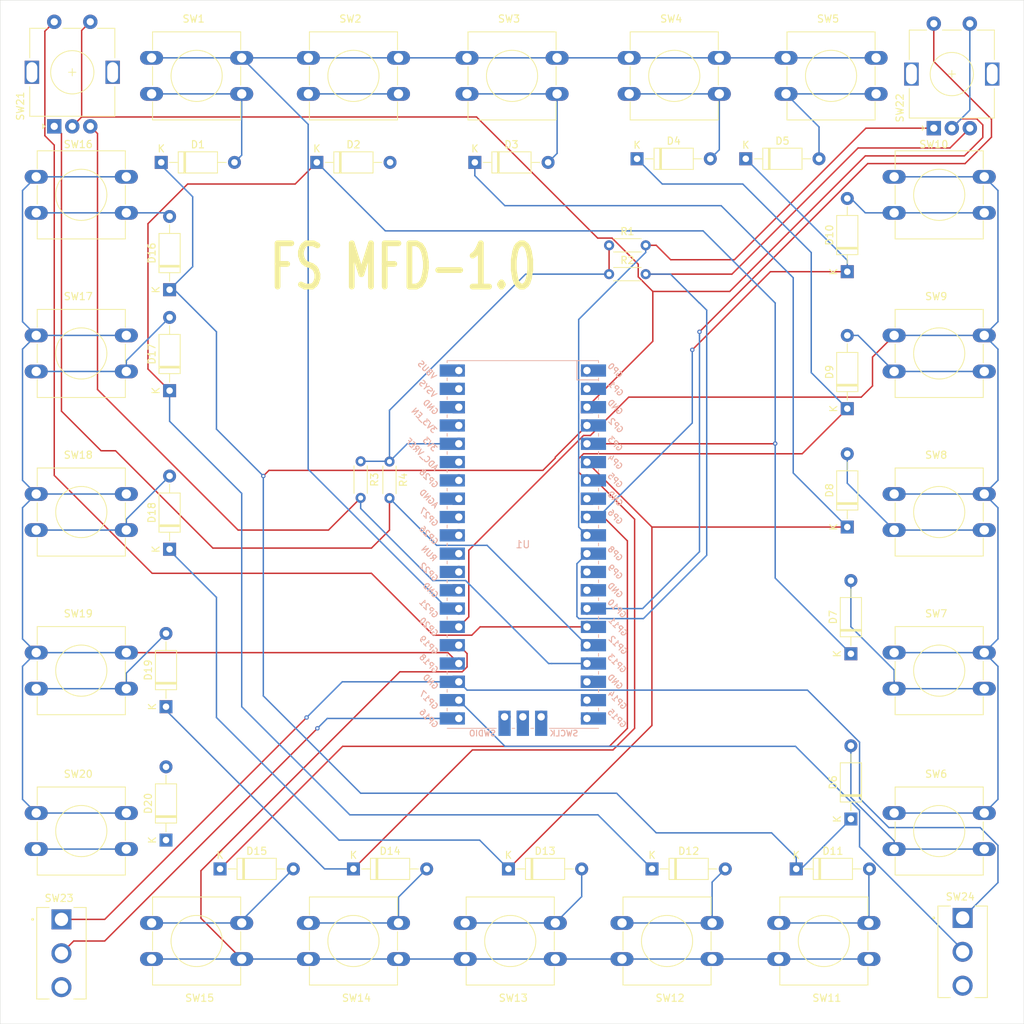
<source format=kicad_pcb>
(kicad_pcb (version 20240108) (generator "pcbnew") (generator_version "8.0")
  (title_block (title "FS MFD") (date "2024-07-08") (rev "1.0 revA") (company "Gustaf Lindström"))
  (layers (0 "F.Cu" signal) (31 "B.Cu" signal) (34 "B.Paste" user) (35 "F.Paste" user) (36 "B.SilkS" user "B.Silkscreen") (37 "F.SilkS" user "F.Silkscreen") (38 "B.Mask" user) (39 "F.Mask" user) (44 "Edge.Cuts" user))
  (net 0 "")
  (net 1 "Net-(D1-A)")
  (net 2 "Net-(D2-A)")
  (net 3 "Net-(D3-A)")
  (net 4 "Net-(D4-A)")
  (net 5 "Net-(D5-A)")
  (net 6 "Net-(D6-A)")
  (net 7 "Net-(D7-A)")
  (net 8 "Net-(D8-A)")
  (net 9 "Net-(D9-A)")
  (net 10 "Net-(D10-A)")
  (net 11 "Net-(D11-A)")
  (net 12 "Net-(D12-A)")
  (net 13 "Net-(D13-A)")
  (net 14 "Net-(D14-A)")
  (net 15 "Net-(D15-A)")
  (net 16 "Net-(D16-A)")
  (net 17 "Net-(D17-A)")
  (net 18 "Net-(D18-A)")
  (net 19 "Net-(D19-A)")
  (net 20 "Net-(D20-A)")
  (net 24 "Net-(U1-GPIO12)")
  (net 28 "Net-(U1-GPIO11)")
  (net 30 "Net-(SW21-PadC)")
  (net 31 "Net-(U1-GPIO13)")
  (net 39 "Net-(U1-GPIO10)")
  (net 41 "Net-(SW24-B)")
  (net 42 "Net-(U1-GPIO7)")
  (net 46 "Net-(U1-GPIO8)")
  (net 47 "Net-(D1-K)")
  (net 48 "Net-(D12-K)")
  (net 49 "Net-(D13-K)")
  (net 50 "Net-(D14-K)")
  (net 51 "Net-(D10-K)")
  (net 52 "Net-(U1-GPIO21)")
  (net 53 "Net-(U1-GPIO20)")
  (net 54 "Net-(U1-GPIO19)")
  (net 55 "Net-(U1-GPIO18)")
  (net 56 "Net-(SW23-A)")
  (net 57 "Net-(SW23-B)")
  (net 65 "Net-(U1-3V3)")
  (footprint "Diode_THT:D_A-405_P10.16mm_Horizontal" (layer "F.Cu") (at 156.5 92.08 90)
    (property "Reference" "D8")
    (property "Value" "D")
  )
  (footprint "Diode_THT:D_A-405_P10.16mm_Horizontal" (layer "F.Cu") (at 62 117 90)
    (property "Reference" "D19")
    (property "Value" "D")
  )
  (footprint "Button_Switch_THT:SW_PUSH-12mm" (layer "F.Cu") (at 116 152 180)
    (property "Reference" "SW13")
    (property "Value" "SW_Push")
  )
  (footprint "Button_Switch_THT:SW_PUSH-12mm" (layer "F.Cu") (at 163 131.75)
    (property "Reference" "SW6")
    (property "Value" "SW_Push")
  )
  (footprint "Diode_THT:D_A-405_P10.16mm_Horizontal" (layer "F.Cu") (at 88 139.5)
    (property "Reference" "D14")
    (property "Value" "D")
  )
  (footprint "Button_Switch_THT:SW_PUSH-12mm" (layer "F.Cu") (at 163 87.5)
    (property "Reference" "SW8")
    (property "Value" "SW_Push")
  )
  (footprint "Resistor_THT:R_Axial_DIN0204_L3.6mm_D1.6mm_P5.08mm_Horizontal" (layer "F.Cu") (at 89 82.96 -90)
    (property "Reference" "R3")
    (property "Value" "10k" (hide yes))
  )
  (footprint "Button_Switch_THT:SW_PUSH-12mm" (layer "F.Cu") (at 148 27)
    (property "Reference" "SW5")
    (property "Value" "SW_Push")
  )
  (footprint "Button_Switch_THT:SW_PUSH-12mm" (layer "F.Cu") (at 163 43.5)
    (property "Reference" "SW10")
    (property "Value" "SW_Push")
  )
  (footprint "Button_Switch_THT:SW_PUSH-12mm" (layer "F.Cu") (at 94.25 152 180)
    (property "Reference" "SW14")
    (property "Value" "SW_Push")
  )
  (footprint "Button_Switch_THT:SW_PUSH-12mm" (layer "F.Cu") (at 44 43.5)
    (property "Reference" "SW16")
    (property "Value" "SW_Push")
  )
  (footprint "Diode_THT:D_A-405_P10.16mm_Horizontal" (layer "F.Cu") (at 149.42 139.5)
    (property "Reference" "D11")
    (property "Value" "D")
  )
  (footprint "Resistor_THT:R_Axial_DIN0204_L3.6mm_D1.6mm_P5.08mm_Horizontal" (layer "F.Cu") (at 123.46 57)
    (property "Reference" "R2")
    (property "Value" "10k" (hide yes))
  )
  (footprint "Button_Switch_THT:SW_PUSH-12mm" (layer "F.Cu") (at 163 109.5)
    (property "Reference" "SW7")
    (property "Value" "SW_Push")
  )
  (footprint "Diode_THT:D_A-405_P10.16mm_Horizontal" (layer "F.Cu") (at 156.5 56.66 90)
    (property "Reference" "D10")
    (property "Value" "D")
  )
  (footprint "Diode_THT:D_A-405_P10.16mm_Horizontal" (layer "F.Cu") (at 69.5 139.5)
    (property "Reference" "D15")
    (property "Value" "D")
  )
  (footprint "Diode_THT:D_A-405_P10.16mm_Horizontal" (layer "F.Cu") (at 157 132.58 90)
    (property "Reference" "D6")
    (property "Value" "D")
  )
  (footprint "Button_Switch_THT:SW_PUSH-12mm" (layer "F.Cu") (at 163 65.5)
    (property "Reference" "SW9")
    (property "Value" "SW_Push")
  )
  (footprint "Rotary_Encoder:RotaryEncoder_Alps_EC11E-Switch_Vertical_H20mm" (layer "F.Cu") (at 46.5 36.5 90)
    (property "Reference" "SW21")
    (property "Value" "RotaryEncoder_Switch")
  )
  (footprint "Diode_THT:D_A-405_P10.16mm_Horizontal" (layer "F.Cu") (at 109.5 139.5)
    (property "Reference" "D13")
    (property "Value" "D")
  )
  (footprint "Resistor_THT:R_Axial_DIN0204_L3.6mm_D1.6mm_P5.08mm_Horizontal" (layer "F.Cu") (at 93 83 -90)
    (property "Reference" "R4")
    (property "Value" "10k" (hide yes))
  )
  (footprint "Diode_THT:D_A-405_P10.16mm_Horizontal" (layer "F.Cu") (at 104.84 41.5)
    (property "Reference" "D3")
    (property "Value" "D")
  )
  (footprint "Diode_THT:D_A-405_P10.16mm_Horizontal" (layer "F.Cu") (at 61.34 41.5)
    (property "Reference" "D1")
    (property "Value" "D")
  )
  (footprint "Button_Switch_THT:SW_PUSH-12mm" (layer "F.Cu") (at 44 65.5)
    (property "Reference" "SW17")
    (property "Value" "SW_Push")
  )
  (footprint "100SP1T1B4M2QE:SW_100SP1T1B4M2QE" (layer "F.Cu") (at 172.5 151)
    (property "Reference" "SW24")
    (property "Value" "SW_SPDT")
  )
  (footprint "Button_Switch_THT:SW_PUSH-12mm" (layer "F.Cu") (at 126.25 27)
    (property "Reference" "SW4")
    (property "Value" "SW_Push")
  )
  (footprint "Diode_THT:D_A-405_P10.16mm_Horizontal" (layer "F.Cu") (at 62.5 73.16 90)
    (property "Reference" "D17")
    (property "Value" "D")
  )
  (footprint "Diode_THT:D_A-405_P10.16mm_Horizontal" (layer "F.Cu") (at 157 109.66 90)
    (property "Reference" "D7")
    (property "Value" "D")
  )
  (footprint "Diode_THT:D_A-405_P10.16mm_Horizontal" (layer "F.Cu") (at 156.5 75.66 90)
    (property "Reference" "D9")
    (property "Value" "D")
  )
  (footprint "Diode_THT:D_A-405_P10.16mm_Horizontal" (layer "F.Cu") (at 82.92 41.5)
    (property "Reference" "D2")
    (property "Value" "D")
  )
  (footprint "Diode_THT:D_A-405_P10.16mm_Horizontal" (layer "F.Cu") (at 129.42 139.5)
    (property "Reference" "D12")
    (property "Value" "D")
  )
  (footprint "Rotary_Encoder:RotaryEncoder_Alps_EC11E-Switch_Vertical_H20mm" (layer "F.Cu") (at 168.5 36.75 90)
    (property "Reference" "SW22")
    (property "Value" "RotaryEncoder_Switch")
  )
  (footprint "Button_Switch_THT:SW_PUSH-12mm" (layer "F.Cu") (at 60 27)
    (property "Reference" "SW1")
    (property "Value" "SW_Push")
  )
  (footprint "Button_Switch_THT:SW_PUSH-12mm" (layer "F.Cu") (at 44 109.5)
    (property "Reference" "SW19")
    (property "Value" "SW_Push")
  )
  (footprint "Button_Switch_THT:SW_PUSH-12mm" (layer "F.Cu") (at 159.5 152 180)
    (property "Reference" "SW11")
    (property "Value" "SW_Push")
  )
  (footprint "Button_Switch_THT:SW_PUSH-12mm" (layer "F.Cu") (at 72.5 152 180)
    (property "Reference" "SW15")
    (property "Value" "SW_Push")
  )
  (footprint "Diode_THT:D_A-405_P10.16mm_Horizontal" (layer "F.Cu") (at 142.42 41)
    (property "Reference" "D5")
    (property "Value" "D")
  )
  (footprint "Button_Switch_THT:SW_PUSH-12mm" (layer "F.Cu") (at 103.75 27)
    (property "Reference" "SW3")
    (property "Value" "SW_Push")
  )
  (footprint "Button_Switch_THT:SW_PUSH-12mm" (layer "F.Cu") (at 44 131.75)
    (property "Reference" "SW20")
    (property "Value" "SW_Push")
  )
  (footprint "Diode_THT:D_A-405_P10.16mm_Horizontal" (layer "F.Cu") (at 62.5 95.16 90)
    (property "Reference" "D18")
    (property "Value" "D")
  )
  (footprint "100SP1T1B4M2QE:SW_100SP1T1B4M2QE" (layer "F.Cu") (at 47.5 151.2)
    (property "Reference" "SW23")
    (property "Value" "SW_SPDT")
  )
  (footprint "Button_Switch_THT:SW_PUSH-12mm" (layer "F.Cu") (at 81.75 27)
    (property "Reference" "SW2")
    (property "Value" "SW_Push")
  )
  (footprint "Button_Switch_THT:SW_PUSH-12mm" (layer "F.Cu") (at 137.75 152 180)
    (property "Reference" "SW12")
    (property "Value" "SW_Push")
  )
  (footprint "Resistor_THT:R_Axial_DIN0204_L3.6mm_D1.6mm_P5.08mm_Horizontal" (layer "F.Cu") (at 123.46 53)
    (property "Reference" "R1")
    (property "Value" "10k" (hide yes))
  )
  (footprint "Diode_THT:D_A-405_P10.16mm_Horizontal" (layer "F.Cu") (at 62.5 59.16 90)
    (property "Reference" "D16")
    (property "Value" "D")
  )
  (footprint "Diode_THT:D_A-405_P10.16mm_Horizontal" (layer "F.Cu") (at 62 135.5 90)
    (property "Reference" "D20")
    (property "Value" "D")
  )
  (footprint "Diode_THT:D_A-405_P10.16mm_Horizontal" (layer "F.Cu") (at 127.34 41)
    (property "Reference" "D4")
    (property "Value" "D")
  )
  (footprint "Button_Switch_THT:SW_PUSH-12mm" (layer "F.Cu") (at 44 87.5)
    (property "Reference" "SW18")
    (property "Value" "SW_Push")
  )
  (footprint "MCU_RaspberryPi_and_Boards:RPi_Pico_SMD_TH" (layer "B.Cu") (at 111.5 94.5 180)
    (property "Reference" "U1")
    (property "Value" "Pico")
  )
  (gr_rect (start 39 19) (end 181 161) (stroke (width 0.05)) (fill none) (layer "Edge.Cuts"))
  (gr_text "FS MFD-1.0" (at 76 59.5 0) (layer "F.SilkS") (effects (font (size 6 4) (thickness 0.8) (bold yes)) (justify left bottom)))
  (segment (start 72.5 32) (end 72.5 40.5) (width 0.2) (layer "B.Cu") (net 1))
  (segment (start 60 32) (end 72.5 32) (width 0.2) (layer "B.Cu") (net 1))
  (segment (start 72.58 32.08) (end 72.5 32) (width 0.2) (layer "B.Cu") (net 1))
  (segment (start 72.5 40.5) (end 71.5 41.5) (width 0.2) (layer "B.Cu") (net 1))
  (segment (start 81.75 32) (end 94.25 32) (width 0.2) (layer "B.Cu") (net 2))
  (segment (start 116.25 40.25) (end 115 41.5) (width 0.2) (layer "B.Cu") (net 3))
  (segment (start 103.75 32) (end 116.25 32) (width 0.2) (layer "B.Cu") (net 3))
  (segment (start 116.25 32) (end 116.25 40.25) (width 0.2) (layer "B.Cu") (net 3))
  (segment (start 126.25 32) (end 138.75 32) (width 0.2) (layer "B.Cu") (net 4))
  (segment (start 138.75 39.75) (end 138.75 32) (width 0.2) (layer "B.Cu") (net 4))
  (segment (start 137.5 41) (end 138.75 39.75) (width 0.2) (layer "B.Cu") (net 4))
  (segment (start 152.58 41) (end 152.58 36.58) (width 0.2) (layer "B.Cu") (net 5))
  (segment (start 148 32) (end 160.5 32) (width 0.2) (layer "B.Cu") (net 5))
  (segment (start 152.58 36.58) (end 148 32) (width 0.2) (layer "B.Cu") (net 5))
  (segment (start 163 136.75) (end 175.5 136.75) (width 0.2) (layer "B.Cu") (net 6))
  (segment (start 163 136.75) (end 163 135.6) (width 0.2) (layer "B.Cu") (net 6))
  (segment (start 157 129.6) (end 157 122.42) (width 0.2) (layer "B.Cu") (net 6))
  (segment (start 163 135.6) (end 157 129.6) (width 0.2) (layer "B.Cu") (net 6))
  (segment (start 163 111.917767) (end 157 105.917767) (width 0.2) (layer "B.Cu") (net 7))
  (segment (start 157 105.917767) (end 157 99.5) (width 0.2) (layer "B.Cu") (net 7))
  (segment (start 163 114.5) (end 163 111.917767) (width 0.2) (layer "B.Cu") (net 7))
  (segment (start 163 114.5) (end 175.5 114.5) (width 0.2) (layer "B.Cu") (net 7))
  (segment (start 156.5 81.92) (end 156.5 86) (width 0.2) (layer "B.Cu") (net 8))
  (segment (start 163 92.5) (end 175.5 92.5) (width 0.2) (layer "B.Cu") (net 8))
  (segment (start 156.5 86) (end 163 92.5) (width 0.2) (layer "B.Cu") (net 8))
  (segment (start 158 65.5) (end 163 70.5) (width 0.2) (layer "B.Cu") (net 9))
  (segment (start 156.5 65.5) (end 158 65.5) (width 0.2) (layer "B.Cu") (net 9))
  (segment (start 163 70.5) (end 175.5 70.5) (width 0.2) (layer "B.Cu") (net 9))
  (segment (start 157 46.5) (end 159 48.5) (width 0.2) (layer "B.Cu") (net 10))
  (segment (start 159 48.5) (end 163 48.5) (width 0.2) (layer "B.Cu") (net 10))
  (segment (start 163 48.5) (end 175.5 48.5) (width 0.2) (layer "B.Cu") (net 10))
  (segment (start 156.5 46.5) (end 157 46.5) (width 0.2) (layer "B.Cu") (net 10))
  (segment (start 159.5 147) (end 159.5 139.58) (width 0.2) (layer "B.Cu") (net 11))
  (segment (start 159.5 139.58) (end 159.58 139.5) (width 0.2) (layer "B.Cu") (net 11))
  (segment (start 159.5 147) (end 147 147) (width 0.2) (layer "B.Cu") (net 11))
  (segment (start 137.75 141.33) (end 139.58 139.5) (width 0.2) (layer "B.Cu") (net 12))
  (segment (start 137.75 147) (end 125.25 147) (width 0.2) (layer "B.Cu") (net 12))
  (segment (start 137.75 147) (end 137.75 141.33) (width 0.2) (layer "B.Cu") (net 12))
  (segment (start 119.66 143.34) (end 116 147) (width 0.2) (layer "B.Cu") (net 13))
  (segment (start 116 147) (end 103.5 147) (width 0.2) (layer "B.Cu") (net 13))
  (segment (start 119.66 139.5) (end 119.66 143.34) (width 0.2) (layer "B.Cu") (net 13))
  (segment (start 94.25 147) (end 81.75 147) (width 0.2) (layer "B.Cu") (net 14))
  (segment (start 98.16 139.5) (end 94.25 143.41) (width 0.2) (layer "B.Cu") (net 14))
  (segment (start 94.25 143.41) (end 94.25 147) (width 0.2) (layer "B.Cu") (net 14))
  (segment (start 79.66 139.5) (end 72.5 146.66) (width 0.2) (layer "B.Cu") (net 15))
  (segment (start 72.5 146.66) (end 72.5 147) (width 0.2) (layer "B.Cu") (net 15))
  (segment (start 72.5 147) (end 60 147) (width 0.2) (layer "B.Cu") (net 15))
  (segment (start 62 48.5) (end 62.5 49) (width 0.2) (layer "B.Cu") (net 16))
  (segment (start 56.5 48.5) (end 62 48.5) (width 0.2) (layer "B.Cu") (net 16))
  (segment (start 44 48.5) (end 56.5 48.5) (width 0.2) (layer "B.Cu") (net 16))
  (segment (start 44 70.5) (end 56.5 70.5) (width 0.2) (layer "B.Cu") (net 17))
  (segment (start 56.5 70.5) (end 56.5 69) (width 0.2) (layer "B.Cu") (net 17))
  (segment (start 56.5 69) (end 62.5 63) (width 0.2) (layer "B.Cu") (net 17))
  (segment (start 56.5 91) (end 62.5 85) (width 0.2) (layer "B.Cu") (net 18))
  (segment (start 56.5 92.5) (end 56.5 91) (width 0.2) (layer "B.Cu") (net 18))
  (segment (start 44 92.5) (end 56.5 92.5) (width 0.2) (layer "B.Cu") (net 18))
  (segment (start 56.5 112.34) (end 62 106.84) (width 0.2) (layer "B.Cu") (net 19))
  (segment (start 44 114.5) (end 56.5 114.5) (width 0.2) (layer "B.Cu") (net 19))
  (segment (start 56.5 114.5) (end 56.5 112.34) (width 0.2) (layer "B.Cu") (net 19))
  (segment (start 44 136.75) (end 56.5 136.75) (width 0.2) (layer "B.Cu") (net 20))
  (segment (start 68.5 95) (end 90.5 95) (width 0.2) (layer "F.Cu") (net 24))
  (segment (start 53 81.5) (end 55 81.5) (width 0.2) (layer "F.Cu") (net 24))
  (segment (start 47.5 37.5) (end 47.5 76) (width 0.2) (layer "F.Cu") (net 24))
  (segment (start 46.5 36.5) (end 47.5 37.5) (width 0.2) (layer "F.Cu") (net 24))
  (segment (start 55 81.5) (end 68.5 95) (width 0.2) (layer "F.Cu") (net 24))
  (segment (start 93 92.5) (end 93 88.08) (width 0.2) (layer "F.Cu") (net 24))
  (segment (start 90.5 95) (end 93 92.5) (width 0.2) (layer "F.Cu") (net 24))
  (segment (start 47.5 76) (end 53 81.5) (width 0.2) (layer "F.Cu") (net 24))
  (segment (start 99.54 94.62) (end 99.9 94.62) (width 0.2) (layer "B.Cu") (net 24))
  (segment (start 99.9 94.62) (end 106.54 94.62) (width 0.2) (layer "B.Cu") (net 24))
  (segment (start 93 88.08) (end 99.54 94.62) (width 0.2) (layer "B.Cu") (net 24))
  (segment (start 106.54 94.62) (end 120.39 108.47) (width 0.2) (layer "B.Cu") (net 24))
  (segment (start 60.082233 98.5) (end 46.5 84.917767) (width 0.2) (layer "F.Cu") (net 28))
  (segment (start 120.39 105.93) (end 105.57 105.93) (width 0.2) (layer "F.Cu") (net 28))
  (segment (start 99.08 107.08) (end 90.5 98.5) (width 0.2) (layer "F.Cu") (net 28))
  (segment (start 104.42 107.08) (end 99.08 107.08) (width 0.2) (layer "F.Cu") (net 28))
  (segment (start 45.2 23.3) (end 46.5 22) (width 0.2) (layer "F.Cu") (net 28))
  (segment (start 46.5 84.917767) (end 46.5 39.1) (width 0.2) (layer "F.Cu") (net 28))
  (segment (start 45.2 37.8) (end 45.2 23.3) (width 0.2) (layer "F.Cu") (net 28))
  (segment (start 90.5 98.5) (end 60.082233 98.5) (width 0.2) (layer "F.Cu") (net 28))
  (segment (start 105.57 105.93) (end 104.42 107.08) (width 0.2) (layer "F.Cu") (net 28))
  (segment (start 46.5 39.1) (end 45.2 37.8) (width 0.2) (layer "F.Cu") (net 28))
  (segment (start 121.874214 52) (end 123.874214 52) (width 0.2) (layer "F.Cu") (net 30))
  (segment (start 49 36.5) (end 50.3 35.2) (width 0.2) (layer "F.Cu") (net 30))
  (segment (start 51.5 22) (end 50.3 23.2) (width 0.2) (layer "F.Cu") (net 30))
  (segment (start 127.5 55.625786) (end 127.5 57.374214) (width 0.2) (layer "F.Cu") (net 30))
  (segment (start 172.738478 40.6) (end 175.3 38.038478) (width 0.2) (layer "F.Cu") (net 30))
  (segment (start 175.3 36.3) (end 174.45 35.45) (width 0.2) (layer "F.Cu") (net 30))
  (segment (start 140.2 59.4) (end 159 40.6) (width 0.2) (layer "F.Cu") (net 30))
  (segment (start 123.874214 52) (end 127.5 55.625786) (width 0.2) (layer "F.Cu") (net 30))
  (segment (start 172.3 35.45) (end 171 36.75) (width 0.2) (layer "F.Cu") (net 30))
  (segment (start 175.3 38.038478) (end 175.3 36.3) (width 0.2) (layer "F.Cu") (net 30))
  (segment (start 105.074214 35.2) (end 121.874214 52) (width 0.2) (layer "F.Cu") (net 30))
  (segment (start 50.3 35.2) (end 105.074214 35.2) (width 0.2) (layer "F.Cu") (net 30))
  (segment (start 129.525786 59.4) (end 140.2 59.4) (width 0.2) (layer "F.Cu") (net 30))
  (segment (start 127.5 57.374214) (end 129.525786 59.4) (width 0.2) (layer "F.Cu") (net 30))
  (segment (start 129.525786 59.4) (end 129.525786 66.314214) (width 0.2) (layer "F.Cu") (net 30))
  (segment (start 159 40.6) (end 172.738478 40.6) (width 0.2) (layer "F.Cu") (net 30))
  (segment (start 129.525786 66.314214) (end 120.39 75.45) (width 0.2) (layer "F.Cu") (net 30))
  (segment (start 50.3 23.2) (end 50.3 35.2) (width 0.2) (layer "F.Cu") (net 30))
  (segment (start 174.45 35.45) (end 172.3 35.45) (width 0.2) (layer "F.Cu") (net 30))
  (segment (start 121.95 75.45) (end 120.39 75.45) (width 0.2) (layer "B.Cu") (net 30))
  (segment (start 173.5 34.25) (end 171 36.75) (width 0.2) (layer "B.Cu") (net 30))
  (segment (start 173.5 22.25) (end 173.5 34.25) (width 0.2) (layer "B.Cu") (net 30))
  (segment (start 52.5 73) (end 72 92.5) (width 0.2) (layer "F.Cu") (net 31))
  (segment (start 84.54 92.5) (end 72 92.5) (width 0.2) (layer "F.Cu") (net 31))
  (segment (start 52.5 37.5) (end 52.5 73) (width 0.2) (layer "F.Cu") (net 31))
  (segment (start 51.5 36.5) (end 52.5 37.5) (width 0.2) (layer "F.Cu") (net 31))
  (segment (start 89 88.04) (end 84.54 92.5) (width 0.2) (layer "F.Cu") (net 31))
  (segment (start 115.5 111.01) (end 120.39 111.01) (width 0.2) (layer "B.Cu") (net 31))
  (segment (start 103.56 99.5) (end 115.07 111.01) (width 0.2) (layer "B.Cu") (net 31))
  (segment (start 99 99.5) (end 103.56 99.5) (width 0.2) (layer "B.Cu") (net 31))
  (segment (start 89 88.04) (end 89 89.5) (width 0.2) (layer "B.Cu") (net 31))
  (segment (start 115.07 111.01) (end 115.5 111.01) (width 0.2) (layer "B.Cu") (net 31))
  (segment (start 89 89.5) (end 99 99.5) (width 0.2) (layer "B.Cu") (net 31))
  (segment (start 159.334315 41.665685) (end 172.834315 41.665685) (width 0.2) (layer "F.Cu") (net 39))
  (segment (start 172.834315 41.665685) (end 176.5 38) (width 0.2) (layer "F.Cu") (net 39))
  (segment (start 168.5 27.5) (end 168.5 22.25) (width 0.2) (layer "F.Cu") (net 39))
  (segment (start 176.5 38) (end 176.5 35.5) (width 0.2) (layer "F.Cu") (net 39))
  (segment (start 136 65) (end 159.334315 41.665685) (width 0.2) (layer "F.Cu") (net 39))
  (segment (start 176.5 35.5) (end 168.5 27.5) (width 0.2) (layer "F.Cu") (net 39))
  (via (at 136 65) (size 0.6) (drill 0.3) (layers "F.Cu" "B.Cu") (net 39))
  (segment (start 136 95.5) (end 136 65.5) (width 0.2) (layer "B.Cu") (net 39))
  (segment (start 136 65.5) (end 136 65) (width 0.2) (layer "B.Cu") (net 39))
  (segment (start 120.39 103.39) (end 128.11 103.39) (width 0.2) (layer "B.Cu") (net 39))
  (segment (start 128.11 103.39) (end 136 95.5) (width 0.2) (layer "B.Cu") (net 39))
  (segment (start 149.32 122.5) (end 109 122.5) (width 0.2) (layer "B.Cu") (net 41))
  (segment (start 109 122.5) (end 109 122.48) (width 0.2) (layer "B.Cu") (net 41))
  (segment (start 158.2 131.38) (end 149.32 122.5) (width 0.2) (layer "B.Cu") (net 41))
  (segment (start 172.5 150.722943) (end 158.2 136.422943) (width 0.2) (layer "B.Cu") (net 41))
  (segment (start 172.5 151) (end 172.5 150.722943) (width 0.2) (layer "B.Cu") (net 41))
  (segment (start 109 122.48) (end 102.61 116.09) (width 0.2) (layer "B.Cu") (net 41))
  (segment (start 158.2 136.422943) (end 158.2 131.38) (width 0.2) (layer "B.Cu") (net 41))
  (segment (start 159.09 36.75) (end 168.5 36.75) (width 0.2) (layer "F.Cu") (net 42))
  (segment (start 130 53) (end 132 55) (width 0.2) (layer "F.Cu") (net 42))
  (segment (start 132 55) (end 140.84 55) (width 0.2) (layer "F.Cu") (net 42))
  (segment (start 128.54 53) (end 130 53) (width 0.2) (layer "F.Cu") (net 42))
  (segment (start 140.84 55) (end 159.09 36.75) (width 0.2) (layer "F.Cu") (net 42))
  (segment (start 128.54 53.989949) (end 119.24 63.289949) (width 0.2) (layer "B.Cu") (net 42))
  (segment (start 119.24 63.289949) (end 119.24 92.08) (width 0.2) (layer "B.Cu") (net 42))
  (segment (start 128.54 53) (end 128.54 53.989949) (width 0.2) (layer "B.Cu") (net 42))
  (segment (start 119.24 92.08) (end 120.39 93.23) (width 0.2) (layer "B.Cu") (net 42))
  (segment (start 140.5 57) (end 158 39.5) (width 0.2) (layer "F.Cu") (net 46))
  (segment (start 158 39.5) (end 170.75 39.5) (width 0.2) (layer "F.Cu") (net 46))
  (segment (start 170.75 39.5) (end 173.5 36.75) (width 0.2) (layer "F.Cu") (net 46))
  (segment (start 128.54 57) (end 140.5 57) (width 0.2) (layer "F.Cu") (net 46))
  (segment (start 137 62) (end 136 61) (width 0.2) (layer "B.Cu") (net 46))
  (segment (start 128.22 104.78) (end 137 96) (width 0.2) (layer "B.Cu") (net 46))
  (segment (start 120.39 95.77) (end 119 97.16) (width 0.2) (layer "B.Cu") (net 46))
  (segment (start 137 96) (end 137 62) (width 0.2) (layer "B.Cu") (net 46))
  (segment (start 119 104.5) (end 119.28 104.78) (width 0.2) (layer "B.Cu") (net 46))
  (segment (start 135.974314 61) (end 131.974314 57) (width 0.2) (layer "B.Cu") (net 46))
  (segment (start 119 97.16) (end 119 104.5) (width 0.2) (layer "B.Cu") (net 46))
  (segment (start 119.28 104.78) (end 128.22 104.78) (width 0.2) (layer "B.Cu") (net 46))
  (segment (start 131.974314 57) (end 128.54 57) (width 0.2) (layer "B.Cu") (net 46))
  (segment (start 136 61) (end 135.974314 61) (width 0.2) (layer "B.Cu") (net 46))
  (segment (start 116 82.5) (end 116 82.38) (width 0.2) (layer "F.Cu") (net 47))
  (segment (start 75.5 85) (end 76.28 84.22) (width 0.2) (layer "F.Cu") (net 47))
  (segment (start 76.28 84.22) (end 114.28 84.22) (width 0.2) (layer "F.Cu") (net 47))
  (segment (start 114.28 84.22) (end 116 82.5) (width 0.2) (layer "F.Cu") (net 47))
  (segment (start 116 82.38) (end 120.39 77.99) (width 0.2) (layer "F.Cu") (net 47))
  (via (at 75.5 85) (size 0.6) (drill 0.3) (layers "F.Cu" "B.Cu") (net 47))
  (segment (start 69 78.5) (end 75.5 85) (width 0.2) (layer "B.Cu") (net 47))
  (segment (start 69 65) (end 69 78.5) (width 0.2) (layer "B.Cu") (net 47))
  (segment (start 146 134.5) (end 149.42 137.92) (width 0.2) (layer "B.Cu") (net 47))
  (segment (start 89 129) (end 124.5 129) (width 0.2) (layer "B.Cu") (net 47))
  (segment (start 75.5 115.5) (end 89 129) (width 0.2) (layer "B.Cu") (net 47))
  (segment (start 65.7 55.96) (end 65.7 46.265686) (width 0.2) (layer "B.Cu") (net 47))
  (segment (start 62.5 59.16) (end 63.16 59.16) (width 0.2) (layer "B.Cu") (net 47))
  (segment (start 62.5 59.16) (end 65.7 55.96) (width 0.2) (layer "B.Cu") (net 47))
  (segment (start 63.16 59.16) (end 69 65) (width 0.2) (layer "B.Cu") (net 47))
  (segment (start 149.42 137.92) (end 149.42 139.5) (width 0.2) (layer "B.Cu") (net 47))
  (segment (start 149.42 139.5) (end 150.08 139.5) (width 0.2) (layer "B.Cu") (net 47))
  (segment (start 124.5 129) (end 130 134.5) (width 0.2) (layer "B.Cu") (net 47))
  (segment (start 61.34 41.905686) (end 65.7 46.265686) (width 0.2) (layer "B.Cu") (net 47))
  (segment (start 130 134.5) (end 146 134.5) (width 0.2) (layer "B.Cu") (net 47))
  (segment (start 75.5 85) (end 75.5 115.5) (width 0.2) (layer "B.Cu") (net 47))
  (segment (start 61.34 41.5) (end 61.34 41.905686) (width 0.2) (layer "B.Cu") (net 47))
  (segment (start 150.08 139.5) (end 157 132.58) (width 0.2) (layer "B.Cu") (net 47))
  (segment (start 120.39 80.53) (end 146.47 80.53) (width 0.2) (layer "F.Cu") (net 48))
  (segment (start 146.47 80.53) (end 146.5 80.5) (width 0.2) (layer "F.Cu") (net 48))
  (segment (start 65 44.5) (end 79.92 44.5) (width 0.2) (layer "F.Cu") (net 48))
  (segment (start 59.5 70.16) (end 59.5 50) (width 0.2) (layer "F.Cu") (net 48))
  (segment (start 62.5 73.16) (end 59.5 70.16) (width 0.2) (layer "F.Cu") (net 48))
  (segment (start 79.92 44.5) (end 82.92 41.5) (width 0.2) (layer "F.Cu") (net 48))
  (segment (start 59.5 50) (end 65 44.5) (width 0.2) (layer "F.Cu") (net 48))
  (via (at 146.5 80.5) (size 0.6) (drill 0.3) (layers "F.Cu" "B.Cu") (net 48))
  (segment (start 146.5 61) (end 146.5 80.5) (width 0.2) (layer "B.Cu") (net 48))
  (segment (start 136.5 51) (end 146.5 61) (width 0.2) (layer "B.Cu") (net 48))
  (segment (start 87.5 132) (end 121.92 132) (width 0.2) (layer "B.Cu") (net 48))
  (segment (start 92.42 51) (end 136.5 51) (width 0.2) (layer "B.Cu") (net 48))
  (segment (start 72.5 117) (end 87.5 132) (width 0.2) (layer "B.Cu") (net 48))
  (segment (start 62.5 73.16) (end 62.5 77.41) (width 0.2) (layer "B.Cu") (net 48))
  (segment (start 146.5 99.16) (end 146.5 80.5) (width 0.2) (layer "B.Cu") (net 48))
  (segment (start 72.5 87.41) (end 72.5 117) (width 0.2) (layer "B.Cu") (net 48))
  (segment (start 121.92 132) (end 129.42 139.5) (width 0.2) (layer "B.Cu") (net 48))
  (segment (start 82.92 41.5) (end 92.42 51) (width 0.2) (layer "B.Cu") (net 48))
  (segment (start 62.5 77.41) (end 72.5 87.41) (width 0.2) (layer "B.Cu") (net 48))
  (segment (start 157 109.66) (end 146.5 99.16) (width 0.2) (layer "B.Cu") (net 48))
  (segment (start 129.4 92.08) (end 120.39 83.07) (width 0.2) (layer "F.Cu") (net 49))
  (segment (start 129.4 119.6) (end 129.4 92.08) (width 0.2) (layer "F.Cu") (net 49))
  (segment (start 109.5 139.5) (end 129.4 119.6) (width 0.2) (layer "F.Cu") (net 49))
  (segment (start 156.5 92.08) (end 129.4 92.08) (width 0.2) (layer "F.Cu") (net 49))
  (segment (start 62.5 95.16) (end 62.5 95.33) (width 0.2) (layer "B.Cu") (net 49))
  (segment (start 149 84.58) (end 149 57.5) (width 0.2) (layer "B.Cu") (net 49))
  (segment (start 104.84 41.5) (end 104.84 43.34) (width 0.2) (layer "B.Cu") (net 49))
  (segment (start 109 47.5) (end 139 47.5) (width 0.2) (layer "B.Cu") (net 49))
  (segment (start 86 135.5) (end 105.5 135.5) (width 0.2) (layer "B.Cu") (net 49))
  (segment (start 104.84 43.34) (end 109 47.5) (width 0.2) (layer "B.Cu") (net 49))
  (segment (start 69 101.83) (end 69 118.5) (width 0.2) (layer "B.Cu") (net 49))
  (segment (start 69 118.5) (end 86 135.5) (width 0.2) (layer "B.Cu") (net 49))
  (segment (start 149 57.5) (end 139 47.5) (width 0.2) (layer "B.Cu") (net 49))
  (segment (start 105.5 135.5) (end 109.5 139.5) (width 0.2) (layer "B.Cu") (net 49))
  (segment (start 62.5 95.33) (end 69 101.83) (width 0.2) (layer "B.Cu") (net 49))
  (segment (start 156.5 92.08) (end 149 84.58) (width 0.2) (layer "B.Cu") (net 49))
  (segment (start 124 123) (end 127 120) (width 0.2) (layer "F.Cu") (net 50))
  (segment (start 127 120) (end 127 91) (width 0.2) (layer "F.Cu") (net 50))
  (segment (start 150.24 81.92) (end 119.913654 81.92) (width 0.2) (layer "F.Cu") (net 50))
  (segment (start 119.24 84.46) (end 120.39 85.61) (width 0.2) (layer "F.Cu") (net 50))
  (segment (start 119.24 82.593654) (end 119.24 84.46) (width 0.2) (layer "F.Cu") (net 50))
  (segment (start 127 91) (end 121.61 85.61) (width 0.2) (layer "F.Cu") (net 50))
  (segment (start 88 139.5) (end 104.5 123) (width 0.2) (layer "F.Cu") (net 50))
  (segment (start 156.5 75.66) (end 150.24 81.92) (width 0.2) (layer "F.Cu") (net 50))
  (segment (start 104.5 123) (end 124 123) (width 0.2) (layer "F.Cu") (net 50))
  (segment (start 119.913654 81.92) (end 119.24 82.593654) (width 0.2) (layer "F.Cu") (net 50))
  (segment (start 121.61 85.61) (end 120.39 85.61) (width 0.2) (layer "F.Cu") (net 50))
  (segment (start 84 139.5) (end 88 139.5) (width 0.2) (layer "B.Cu") (net 50))
  (segment (start 151.5 54) (end 142 44.5) (width 0.2) (layer "B.Cu") (net 50))
  (segment (start 156.5 75.66) (end 151.5 70.66) (width 0.2) (layer "B.Cu") (net 50))
  (segment (start 130.84 44.5) (end 142 44.5) (width 0.2) (layer "B.Cu") (net 50))
  (segment (start 62 117) (end 62 117.5) (width 0.2) (layer "B.Cu") (net 50))
  (segment (start 151.5 70.66) (end 151.5 54) (width 0.2) (layer "B.Cu") (net 50))
  (segment (start 127.34 41) (end 130.84 44.5) (width 0.2) (layer "B.Cu") (net 50))
  (segment (start 62 117.5) (end 84 139.5) (width 0.2) (layer "B.Cu") (net 50))
  (segment (start 126 94) (end 126 120) (width 0.2) (layer "F.Cu") (net 51))
  (segment (start 126 120) (end 123.5 122.5) (width 0.2) (layer "F.Cu") (net 51))
  (segment (start 120.39 90.69) (end 122.69 90.69) (width 0.2) (layer "F.Cu") (net 51))
  (segment (start 123.5 122.5) (end 86.5 122.5) (width 0.2) (layer "F.Cu") (net 51))
  (segment (start 122.69 90.69) (end 126 94) (width 0.2) (layer "F.Cu") (net 51))
  (segment (start 156.5 56.66) (end 145.84 56.66) (width 0.2) (layer "F.Cu") (net 51))
  (segment (start 86.5 122.5) (end 69.5 139.5) (width 0.2) (layer "F.Cu") (net 51))
  (segment (start 145.84 56.66) (end 135 67.5) (width 0.2) (layer "F.Cu") (net 51))
  (via (at 135 67.5) (size 0.6) (drill 0.3) (layers "F.Cu" "B.Cu") (net 51))
  (segment (start 135 77.64) (end 121.95 90.69) (width 0.2) (layer "B.Cu") (net 51))
  (segment (start 69.5 139.16) (end 69.5 139.5) (width 0.2) (layer "B.Cu") (net 51))
  (segment (start 156.5 55.08) (end 142.42 41) (width 0.2) (layer "B.Cu") (net 51))
  (segment (start 121.95 90.69) (end 120.39 90.69) (width 0.2) (layer "B.Cu") (net 51))
  (segment (start 156.5 56.66) (end 156.5 55.08) (width 0.2) (layer "B.Cu") (net 51))
  (segment (start 135 67.5) (end 135 77.64) (width 0.2) (layer "B.Cu") (net 51))
  (segment (start 120.2675 90.3475) (end 120.2675 90.19) (width 0.2) (layer "B.Cu") (net 51))
  (segment (start 81.72 36.22) (end 72.5 27) (width 0.2) (layer "B.Cu") (net 52))
  (segment (start 126.25 27) (end 138.75 27) (width 0.2) (layer "B.Cu") (net 52))
  (segment (start 103.75 27) (end 116.25 27) (width 0.2) (layer "B.Cu") (net 52))
  (segment (start 101.05 103.39) (end 81.72 84.06) (width 0.2) (layer "B.Cu") (net 52))
  (segment (start 60 27) (end 72.5 27) (width 0.2) (layer "B.Cu") (net 52))
  (segment (start 94.25 27) (end 103.75 27) (width 0.2) (layer "B.Cu") (net 52))
  (segment (start 81.72 84.06) (end 81.72 36.22) (width 0.2) (layer "B.Cu") (net 52))
  (segment (start 148 27) (end 160.5 27) (width 0.2) (layer "B.Cu") (net 52))
  (segment (start 72.5 27) (end 81.75 27) (width 0.2) (layer "B.Cu") (net 52))
  (segment (start 102.61 103.39) (end 101.05 103.39) (width 0.2) (layer "B.Cu") (net 52))
  (segment (start 138.75 27) (end 148 27) (width 0.2) (layer "B.Cu") (net 52))
  (segment (start 116.25 27) (end 126.25 27) (width 0.2) (layer "B.Cu") (net 52))
  (segment (start 81.75 27) (end 94.25 27) (width 0.2) (layer "B.Cu") (net 52))
  (segment (start 163 65.5) (end 163 66) (width 0.2) (layer "F.Cu") (net 53))
  (segment (start 120.866346 79.38) (end 119.913654 79.38) (width 0.2) (layer "F.Cu") (net 53))
  (segment (start 163 65.5) (end 160 68.5) (width 0.2) (layer "F.Cu") (net 53))
  (segment (start 160 72.5) (end 158.44 74.06) (width 0.2) (layer "F.Cu") (net 53))
  (segment (start 126.186346 74.06) (end 120.866346 79.38) (width 0.2) (layer "F.Cu") (net 53))
  (segment (start 158.44 74.06) (end 126.186346 74.06) (width 0.2) (layer "F.Cu") (net 53))
  (segment (start 160 68.5) (end 160 72.5) (width 0.2) (layer "F.Cu") (net 53))
  (segment (start 119.913654 79.38) (end 104 95.293654) (width 0.2) (layer "F.Cu") (net 53))
  (segment (start 104 104.54) (end 102.61 105.93) (width 0.2) (layer "F.Cu") (net 53))
  (segment (start 162.5 87) (end 163 87.5) (width 0.2) (layer "F.Cu") (net 53))
  (segment (start 104 95.293654) (end 104 104.54) (width 0.2) (layer "F.Cu") (net 53))
  (segment (start 163 87.5) (end 175.5 87.5) (width 0.2) (layer "B.Cu") (net 53))
  (segment (start 177.4 107.6) (end 177.4 89.4) (width 0.2) (layer "B.Cu") (net 53))
  (segment (start 175.5 131.75) (end 177.4 129.85) (width 0.2) (layer "B.Cu") (net 53))
  (segment (start 177.4 111.4) (end 175.5 109.5) (width 0.2) (layer "B.Cu") (net 53))
  (segment (start 177.4 85.6) (end 177.4 67.4) (width 0.2) (layer "B.Cu") (net 53))
  (segment (start 177.4 63.6) (end 177.4 45.4) (width 0.2) (layer "B.Cu") (net 53))
  (segment (start 175.5 65.5) (end 177.4 63.6) (width 0.2) (layer "B.Cu") (net 53))
  (segment (start 175.5 109.5) (end 177.4 107.6) (width 0.2) (layer "B.Cu") (net 53))
  (segment (start 163 131.75) (end 175.5 131.75) (width 0.2) (layer "B.Cu") (net 53))
  (segment (start 163 43.5) (end 175.5 43.5) (width 0.2) (layer "B.Cu") (net 53))
  (segment (start 177.4 67.4) (end 175.5 65.5) (width 0.2) (layer "B.Cu") (net 53))
  (segment (start 175.5 87.5) (end 177.4 85.6) (width 0.2) (layer "B.Cu") (net 53))
  (segment (start 163 109.5) (end 175.5 109.5) (width 0.2) (layer "B.Cu") (net 53))
  (segment (start 177.4 45.4) (end 175.5 43.5) (width 0.2) (layer "B.Cu") (net 53))
  (segment (start 177.4 129.85) (end 177.4 111.4) (width 0.2) (layer "B.Cu") (net 53))
  (segment (start 177.4 89.4) (end 175.5 87.5) (width 0.2) (layer "B.Cu") (net 53))
  (segment (start 163 65.5) (end 175.5 65.5) (width 0.2) (layer "B.Cu") (net 53))
  (segment (start 94.44 112.16) (end 103.086346 112.16) (width 0.2) (layer "F.Cu") (net 54))
  (segment (start 66.85 139.75) (end 94.44 112.16) (width 0.2) (layer "F.Cu") (net 54))
  (segment (start 66.85 146.35) (end 66.85 139.75) (width 0.2) (layer "F.Cu") (net 54))
  (segment (start 72.5 152) (end 66.85 146.35) (width 0.2) (layer "F.Cu") (net 54))
  (segment (start 103.76 109.62) (end 102.61 108.47) (width 0.2) (layer "F.Cu") (net 54))
  (segment (start 103.086346 112.16) (end 103.76 111.486346) (width 0.2) (layer "F.Cu") (net 54))
  (segment (start 103.76 111.486346) (end 103.76 109.62) (width 0.2) (layer "F.Cu") (net 54))
  (segment (start 60 152) (end 72.5 152) (width 0.2) (layer "B.Cu") (net 54))
  (segment (start 81.75 152) (end 94.25 152) (width 0.2) (layer "B.Cu") (net 54))
  (segment (start 94.25 152) (end 103.5 152) (width 0.2) (layer "B.Cu") (net 54))
  (segment (start 137.75 152) (end 147 152) (width 0.2) (layer "B.Cu") (net 54))
  (segment (start 147 152) (end 159.5 152) (width 0.2) (layer "B.Cu") (net 54))
  (segment (start 116 152) (end 125.25 152) (width 0.2) (layer "B.Cu") (net 54))
  (segment (start 103.5 152) (end 116 152) (width 0.2) (layer "B.Cu") (net 54))
  (segment (start 125.25 152) (end 137.75 152) (width 0.2) (layer "B.Cu") (net 54))
  (segment (start 72.5 152) (end 81.75 152) (width 0.2) (layer "B.Cu") (net 54))
  (segment (start 102.61 111.01) (end 101.1 109.5) (width 0.2) (layer "F.Cu") (net 55))
  (segment (start 101.1 109.5) (end 56.5 109.5) (width 0.2) (layer "F.Cu") (net 55))
  (segment (start 42.1 107.6) (end 42.1 89.4) (width 0.2) (layer "B.Cu") (net 55))
  (segment (start 44 65.5) (end 42.1 63.6) (width 0.2) (layer "B.Cu") (net 55))
  (segment (start 44 131.75) (end 42.1 129.85) (width 0.2) (layer "B.Cu") (net 55))
  (segment (start 42.1 67.4) (end 44 65.5) (width 0.2) (layer "B.Cu") (net 55))
  (segment (start 44 87.5) (end 42.1 85.6) (width 0.2) (layer "B.Cu") (net 55))
  (segment (start 44 43.5) (end 56.5 43.5) (width 0.2) (layer "B.Cu") (net 55))
  (segment (start 42.1 111.4) (end 44 109.5) (width 0.2) (layer "B.Cu") (net 55))
  (segment (start 42.1 129.85) (end 42.1 111.4) (width 0.2) (layer "B.Cu") (net 55))
  (segment (start 44 109.5) (end 56.5 109.5) (width 0.2) (layer "B.Cu") (net 55))
  (segment (start 44 87.5) (end 56.5 87.5) (width 0.2) (layer "B.Cu") (net 55))
  (segment (start 44 109.5) (end 42.1 107.6) (width 0.2) (layer "B.Cu") (net 55))
  (segment (start 42.1 63.6) (end 42.1 45.4) (width 0.2) (layer "B.Cu") (net 55))
  (segment (start 42.1 89.4) (end 44 87.5) (width 0.2) (layer "B.Cu") (net 55))
  (segment (start 42.1 85.6) (end 42.1 67.4) (width 0.2) (layer "B.Cu") (net 55))
  (segment (start 44 65.5) (end 56.5 65.5) (width 0.2) (layer "B.Cu") (net 55))
  (segment (start 56.5 131.75) (end 44 131.75) (width 0.2) (layer "B.Cu") (net 55))
  (segment (start 42.1 45.4) (end 44 43.5) (width 0.2) (layer "B.Cu") (net 55))
  (segment (start 53.5 146.5) (end 81.5 118.5) (width 0.2) (layer "F.Cu") (net 56))
  (segment (start 47.5 146.5) (end 53.5 146.5) (width 0.2) (layer "F.Cu") (net 56))
  (via (at 81.5 118.5) (size 0.6) (drill 0.3) (layers "F.Cu" "B.Cu") (net 56))
  (segment (start 162.267767 133.767767) (end 158.2 129.7) (width 0.2) (layer "B.Cu") (net 56))
  (segment (start 177.4 136.232233) (end 174.935534 133.767767) (width 0.2) (layer "B.Cu") (net 56))
  (segment (start 103.76 114.7) (end 102.61 113.55) (width 0.2) (layer "B.Cu") (net 56))
  (segment (start 172.5 146.3) (end 177.4 141.4) (width 0.2) (layer "B.Cu") (net 56))
  (segment (start 174.935534 133.767767) (end 162.267767 133.767767) (width 0.2) (layer "B.Cu") (net 56))
  (segment (start 150.977057 114.7) (end 103.76 114.7) (width 0.2) (layer "B.Cu") (net 56))
  (segment (start 158.2 121.922943) (end 150.977057 114.7) (width 0.2) (layer "B.Cu") (net 56))
  (segment (start 86.45 113.55) (end 102.61 113.55) (width 0.2) (layer "B.Cu") (net 56))
  (segment (start 177.4 141.4) (end 177.4 136.232233) (width 0.2) (layer "B.Cu") (net 56))
  (segment (start 81.5 118.5) (end 86.45 113.55) (width 0.2) (layer "B.Cu") (net 56))
  (segment (start 158.2 129.7) (end 158.2 121.922943) (width 0.2) (layer "B.Cu") (net 56))
  (segment (start 53.5 149.5) (end 83 120) (width 0.2) (layer "F.Cu") (net 57))
  (segment (start 47.5 151.2) (end 49.2 149.5) (width 0.2) (layer "F.Cu") (net 57))
  (segment (start 49.2 149.5) (end 53.5 149.5) (width 0.2) (layer "F.Cu") (net 57))
  (via (at 83 120) (size 0.6) (drill 0.3) (layers "F.Cu" "B.Cu") (net 57))
  (segment (start 84.37 118.63) (end 102.61 118.63) (width 0.2) (layer "B.Cu") (net 57))
  (segment (start 83 120) (end 84.37 118.63) (width 0.2) (layer "B.Cu") (net 57))
  (segment (start 123.46 57) (end 123.46 53) (width 0.2) (layer "F.Cu") (net 65))
  (segment (start 93 82.96) (end 89 82.96) (width 0.2) (layer "B.Cu") (net 65))
  (segment (start 111.88 57) (end 123.46 57) (width 0.2) (layer "B.Cu") (net 65))
  (segment (start 93 83) (end 93 75.88) (width 0.2) (layer "B.Cu") (net 65))
  (segment (start 95.47 80.53) (end 102.61 80.53) (width 0.2) (layer "B.Cu") (net 65))
  (segment (start 93 75.88) (end 111.88 57) (width 0.2) (layer "B.Cu") (net 65))
  (segment (start 93 83) (end 95.47 80.53) (width 0.2) (layer "B.Cu") (net 65))
)
</source>
